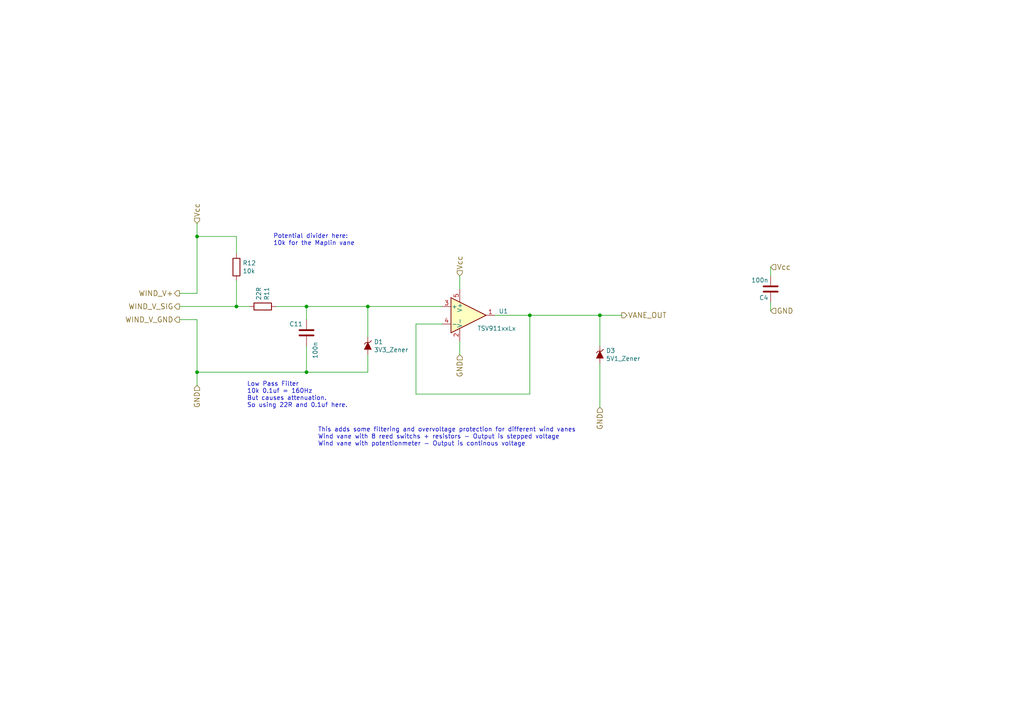
<source format=kicad_sch>
(kicad_sch (version 20231120) (generator "eeschema") (generator_version "8.0")
  (paper "A4")
  (lib_symbols
    (symbol "Amplifier_Operational:TSV911xxLx" (pin_names (offset 0.127))
      (property "Reference" "U" (at -1.27 6.35 0))
      (property "Value" "Amplifier_Operational_TSV911xxLx" (at -1.27 3.81 0))
      (symbol "TSV911xxLx_0_1"
        (polyline (pts (xy -5.08 5.08) (xy 5.08 0) (xy -5.08 -5.08) (xy -5.08 5.08)) (stroke (width 0.254)) (fill (type background)))
        (pin power_in line (at -2.54 -7.62 90) (length 3.81) (name "V-") (number "2"))
        (pin power_in line (at -2.54 7.62 270) (length 3.81) (name "V+") (number "5"))
      )
      (symbol "TSV911xxLx_1_1"
        (pin output line (at 7.62 0 180) (length 2.54) (name "~") (number "1"))
        (pin input line (at -7.62 2.54 0) (length 2.54) (name "+") (number "3"))
        (pin input line (at -7.62 -2.54 0) (length 2.54) (name "-") (number "4"))
      )
    )
    (symbol "Device:R" (pin_numbers hide) (pin_names (offset 0))
      (property "Reference" "R" (at 2.032 0 90))
      (property "Value" "R" (at 0 0 90))
      (symbol "R_0_1"
        (rectangle (start -1.016 -2.54) (end 1.016 2.54) (stroke (width 0.254)))
      )
      (symbol "R_1_1"
        (pin passive line (at 0 3.81 270) (length 1.27) (name "~") (number "1"))
        (pin passive line (at 0 -3.81 90) (length 1.27) (name "~") (number "2"))
      )
    )
    (symbol "device:C" (pin_numbers hide) (pin_names (offset 0.254))
      (property "Reference" "C" (at 0.635 2.54 0))
      (property "Value" "device_C" (at 0.635 -2.54 0))
      (symbol "C_0_1"
        (polyline (pts (xy -2.032 -0.762) (xy 2.032 -0.762)) (stroke (width 0.508)))
        (polyline (pts (xy -2.032 0.762) (xy 2.032 0.762)) (stroke (width 0.508)))
      )
      (symbol "C_1_1"
        (pin passive line (at 0 3.81 270) (length 2.794) (name "~") (number "1"))
        (pin passive line (at 0 -3.81 90) (length 2.794) (name "~") (number "2"))
      )
    )
    (symbol "matts_components:ZENERsmall" (pin_numbers hide) (pin_names (offset 1.016) hide)
      (property "Reference" "D" (at 0 2.54 0))
      (property "Value" "matts_components_ZENERsmall" (at 0 -2.54 0))
      (symbol "ZENERsmall_0_1"
        (polyline (pts (xy -1.524 1.016) (xy -1.016 0.508) (xy -1.016 -0.508) (xy -0.508 -1.016)) (stroke (width 0.2032)))
        (polyline (pts (xy 1.016 1.016) (xy -1.016 0) (xy 1.016 -1.016) (xy 1.016 1.016)) (fill (type outline)))
      )
      (symbol "ZENERsmall_1_1"
        (pin passive line (at 2.54 0 180) (length 1.524) (name "A") (number "1"))
        (pin passive line (at -2.54 0 0) (length 1.524) (name "K") (number "2"))
      )
    )
  )
  (junction (at 88.9 88.9))
  (junction (at 57.15 68.58))
  (junction (at 106.68 88.9))
  (junction (at 153.67 91.44))
  (junction (at 68.58 88.9))
  (junction (at 88.9 107.95))
  (junction (at 57.15 107.95))
  (junction (at 173.99 91.44))
  (wire (pts (xy 88.9 88.9) (xy 106.68 88.9)))
  (wire (pts (xy 106.68 97.79) (xy 106.68 88.9)))
  (wire (pts (xy 106.68 107.95) (xy 106.68 102.87)))
  (wire (pts (xy 153.67 91.44) (xy 173.99 91.44)))
  (wire (pts (xy 88.9 107.95) (xy 106.68 107.95)))
  (wire (pts (xy 133.35 102.87) (xy 133.35 99.06)))
  (wire (pts (xy 57.15 107.95) (xy 57.15 111.76)))
  (wire (pts (xy 80.01 88.9) (xy 88.9 88.9)))
  (wire (pts (xy 173.99 100.33) (xy 173.99 91.44)))
  (wire (pts (xy 68.58 68.58) (xy 57.15 68.58)))
  (wire (pts (xy 57.15 92.71) (xy 57.15 107.95)))
  (wire (pts (xy 223.52 90.17) (xy 223.52 87.63)))
  (wire (pts (xy 57.15 68.58) (xy 57.15 85.09)))
  (wire (pts (xy 88.9 88.9) (xy 88.9 92.71)))
  (wire (pts (xy 120.65 93.98) (xy 120.65 114.3)))
  (wire (pts (xy 223.52 80.01) (xy 223.52 77.47)))
  (wire (pts (xy 52.07 88.9) (xy 68.58 88.9)))
  (wire (pts (xy 88.9 107.95) (xy 57.15 107.95)))
  (wire (pts (xy 128.27 93.98) (xy 120.65 93.98)))
  (wire (pts (xy 173.99 105.41) (xy 173.99 118.11)))
  (wire (pts (xy 153.67 91.44) (xy 143.51 91.44)))
  (wire (pts (xy 133.35 83.82) (xy 133.35 80.01)))
  (wire (pts (xy 68.58 88.9) (xy 72.39 88.9)))
  (wire (pts (xy 120.65 114.3) (xy 153.67 114.3)))
  (wire (pts (xy 57.15 64.77) (xy 57.15 68.58)))
  (wire (pts (xy 57.15 92.71) (xy 52.07 92.71)))
  (wire (pts (xy 68.58 81.28) (xy 68.58 88.9)))
  (wire (pts (xy 68.58 73.66) (xy 68.58 68.58)))
  (wire (pts (xy 153.67 114.3) (xy 153.67 91.44)))
  (wire (pts (xy 52.07 85.09) (xy 57.15 85.09)))
  (wire (pts (xy 106.68 88.9) (xy 128.27 88.9)))
  (wire (pts (xy 88.9 100.33) (xy 88.9 107.95)))
  (wire (pts (xy 173.99 91.44) (xy 180.34 91.44)))
  (text "This adds some filtering and overvoltage protection for different wind vanes\nWind vane with 8 reed switchs + resistors - Output is stepped voltage\nWind vane with potentionmeter - Output is continous voltage" (at 92.202 129.54 0) (effects (font (size 1.27 1.27)) (justify left bottom)))
  (text "Low Pass Filter\n10k 0.1uf = 160Hz\nBut causes attenuation.\nSo using 22R and 0.1uf here." (at 71.628 118.364 0) (effects (font (size 1.27 1.27)) (justify left bottom)))
  (text "Potential divider here:\n10k for the Maplin vane" (at 79.248 71.374 0) (effects (font (size 1.27 1.27)) (justify left bottom)))
  (hierarchical_label "GND" (shape input) (at 223.52 90.17 0) (effects (font (size 1.524 1.524))))
  (hierarchical_label "Vcc" (shape input) (at 57.15 64.77 90) (effects (font (size 1.524 1.524))))
  (hierarchical_label "WIND_V_SIG" (shape output) (at 52.07 88.9 180) (effects (font (size 1.524 1.524))))
  (hierarchical_label "VANE_OUT" (shape output) (at 180.34 91.44 0) (effects (font (size 1.524 1.524))))
  (hierarchical_label "GND" (shape input) (at 173.99 118.11 270) (effects (font (size 1.524 1.524))))
  (hierarchical_label "Vcc" (shape input) (at 223.52 77.47 0) (effects (font (size 1.524 1.524))))
  (hierarchical_label "GND" (shape input) (at 133.35 102.87 270) (effects (font (size 1.524 1.524))))
  (hierarchical_label "GND" (shape input) (at 57.15 111.76 270) (effects (font (size 1.524 1.524))))
  (hierarchical_label "WIND_V+" (shape output) (at 52.07 85.09 180) (effects (font (size 1.524 1.524))))
  (hierarchical_label "WIND_V_GND" (shape output) (at 52.07 92.71 180) (effects (font (size 1.524 1.524))))
  (hierarchical_label "Vcc" (shape input) (at 133.35 80.01 90) (effects (font (size 1.524 1.524))))
  (symbol (lib_id "Amplifier_Operational:TSV911xxLx") (at 135.89 91.44 0) (unit 1)
    (property "Reference" "U1" (at 144.6276 90.2716 0) (effects (justify left)))
    (property "Value" "TSV911xxLx" (at 138.43 95.25 0) (effects (justify left)))
    (property "Footprint" "REInnovationFootprint:SM_SOT-23-5" (effects (hide yes)))
    (property "Datasheet" "www.st.com/resource/en/datasheet/tsv911.pdf" (effects (hide yes)))
    (property "LCSC" "C361052" (effects (hide yes)))
    (property "JLCPCB Add" "Y" (effects (hide yes)))
    (property "JLCPCB Cost" "0.4576" (effects (hide yes)))
  )
  (symbol (lib_id "device:C") (at 223.52 83.82 180) (unit 1)
    (property "Reference" "C4" (at 222.885 86.36 0) (effects (justify left)))
    (property "Value" "100n" (at 222.885 81.28 0) (effects (justify left)))
    (property "Footprint" "REInnovationFootprint:SM_C_0805" (effects (hide yes)))
    (property "LCSC" "C49678" (effects (hide yes)))
    (property "JLCPCB Add" "Y" (effects (hide yes)))
    (property "JLCPCB Cost" "0.0108" (effects (hide yes)))
  )
  (symbol (lib_id "matts_components:ZENERsmall") (at 106.68 100.33 270) (unit 1)
    (property "Reference" "D1" (at 108.4326 99.1616 90) (effects (justify left)))
    (property "Value" "3V3_Zener" (at 108.4326 101.473 90) (effects (justify left)))
    (property "Footprint" "REInnovationFootprint:SOT23_ZENER" (effects (hide yes)))
    (property "LCSC" " C493206" (effects (hide yes)))
    (property "JLCPCB Add" "Y" (effects (hide yes)))
  )
  (symbol (lib_id "matts_components:ZENERsmall") (at 173.99 102.87 270) (unit 1)
    (property "Reference" "D3" (at 175.7426 101.7016 90) (effects (justify left)))
    (property "Value" "5V1_Zener" (at 175.7426 104.013 90) (effects (justify left)))
    (property "Footprint" "REInnovationFootprint:SOT23_ZENER" (effects (hide yes)))
    (property "LCSC" "C131770" (effects (hide yes)))
    (property "JLCPCB Add" "Y" (effects (hide yes)))
  )
  (symbol (lib_id "Device:R") (at 68.58 77.47 0) (unit 1)
    (property "Reference" "R12" (at 70.358 76.3016 0) (effects (justify left)))
    (property "Value" "10k" (at 70.358 78.613 0) (effects (justify left)))
    (property "Footprint" "REInnovationFootprint:SM0805" (effects (hide yes)))
  )
  (symbol (lib_id "device:C") (at 88.9 96.52 180) (unit 1)
    (property "Reference" "C11" (at 85.852 93.98 0))
    (property "Value" "100n" (at 91.44 101.6 90))
    (property "Footprint" "REInnovationFootprint:SM_C_0805" (effects (hide yes)))
    (property "LCSC" "C49678" (effects (hide yes)))
    (property "JLCPCB Add" "Y" (effects (hide yes)))
  )
  (symbol (lib_id "Device:R") (at 76.2 88.9 270) (mirror x) (unit 1)
    (property "Reference" "R11" (at 77.3684 87.122 0) (effects (justify left)))
    (property "Value" "22R" (at 75.057 87.122 0) (effects (justify left)))
    (property "Footprint" "REInnovationFootprint:SM0805" (effects (hide yes)))
    (property "Supplier 1" "Farnell" (effects (hide yes)))
    (property "Supplier 1 Code" "2073607" (effects (hide yes)))
    (property "Supplier 1 Web" "https://uk.farnell.com/multicomp/mcmr08x1002ftl/res-10k-1-0-125w-0805-ceramic/dp/2073607?st=0805%20resistor%2010k" (effects (hide yes)))
    (property "Supplier 1 Cost" "0.02" (effects (hide yes)))
    (property "Manufacturer Part" "0805W8J0220T5E" (effects (hide yes)))
    (property "LCSC" "C25295" (effects (hide yes)))
    (property "JLCPCB Add" "Y" (effects (hide yes)))
    (property "JLCPCB Cost" "0.0029" (effects (hide yes)))
  )
)
</source>
